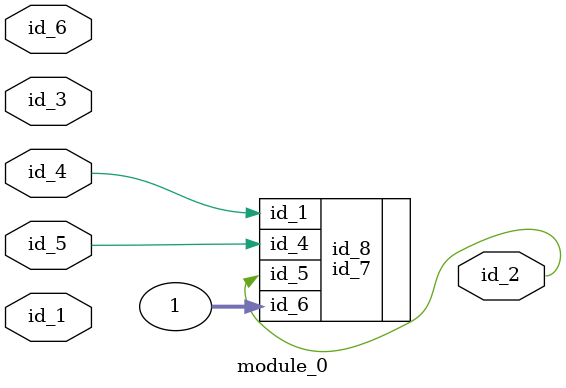
<source format=v>
module module_0 (
    id_1,
    id_2,
    id_3,
    id_4,
    id_5,
    id_6
);
  input id_6;
  input id_5;
  input id_4;
  input id_3;
  output id_2;
  input id_1;
  id_7 id_8 (
      .id_4(id_5),
      .id_6(id_4),
      .id_5(id_2),
      .id_1(id_3),
      .id_1(id_4),
      .id_6(1)
  );
endmodule

</source>
